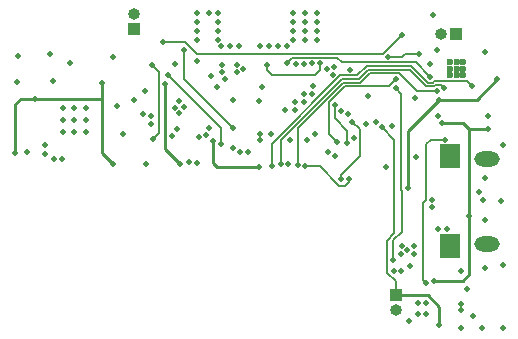
<source format=gbr>
%TF.GenerationSoftware,KiCad,Pcbnew,(5.1.10-1-10_14)*%
%TF.CreationDate,2021-09-22T20:59:13+02:00*%
%TF.ProjectId,Leo_muziekdoos,4c656f5f-6d75-47a6-9965-6b646f6f732e,rev?*%
%TF.SameCoordinates,Original*%
%TF.FileFunction,Copper,L3,Inr*%
%TF.FilePolarity,Positive*%
%FSLAX46Y46*%
G04 Gerber Fmt 4.6, Leading zero omitted, Abs format (unit mm)*
G04 Created by KiCad (PCBNEW (5.1.10-1-10_14)) date 2021-09-22 20:59:13*
%MOMM*%
%LPD*%
G01*
G04 APERTURE LIST*
%TA.AperFunction,ComponentPad*%
%ADD10O,1.000000X1.000000*%
%TD*%
%TA.AperFunction,ComponentPad*%
%ADD11R,1.000000X1.000000*%
%TD*%
%TA.AperFunction,ComponentPad*%
%ADD12R,1.800000X2.000000*%
%TD*%
%TA.AperFunction,ComponentPad*%
%ADD13O,2.150000X1.300000*%
%TD*%
%TA.AperFunction,ComponentPad*%
%ADD14C,0.600000*%
%TD*%
%TA.AperFunction,ComponentPad*%
%ADD15C,0.500000*%
%TD*%
%TA.AperFunction,ViaPad*%
%ADD16C,0.500000*%
%TD*%
%TA.AperFunction,Conductor*%
%ADD17C,0.254000*%
%TD*%
%TA.AperFunction,Conductor*%
%ADD18C,0.203200*%
%TD*%
%TA.AperFunction,Conductor*%
%ADD19C,0.152400*%
%TD*%
G04 APERTURE END LIST*
D10*
%TO.N,/I2S_DAC_AMP/SPK_OUT-*%
%TO.C,J3*%
X77762100Y-66548000D03*
D11*
%TO.N,/I2S_DAC_AMP/SPKOUT+*%
X79032100Y-66548000D03*
%TD*%
D10*
%TO.N,GND*%
%TO.C,J1*%
X73952100Y-89928700D03*
D11*
%TO.N,+BATT*%
X73952100Y-88658700D03*
%TD*%
D10*
%TO.N,Net-(C23-Pad2)*%
%TO.C,J4*%
X51816000Y-64820800D03*
D11*
%TO.N,Net-(C20-Pad2)*%
X51816000Y-66090800D03*
%TD*%
D12*
%TO.N,GND*%
%TO.C,J2*%
X78539100Y-84495800D03*
D13*
X81699100Y-84295800D03*
D12*
X78539100Y-76895800D03*
D13*
X81699100Y-77095800D03*
%TD*%
D14*
%TO.N,GND*%
%TO.C,U5*%
X79658300Y-68944400D03*
X79658300Y-69494400D03*
X79658300Y-70044400D03*
X79108300Y-68944400D03*
X79108300Y-69494400D03*
X79108300Y-70044400D03*
X78558300Y-68944400D03*
X78558300Y-69494400D03*
X78558300Y-70044400D03*
%TD*%
D15*
%TO.N,GND*%
%TO.C,U3*%
X45736000Y-74850500D03*
X45736000Y-73850500D03*
X45736000Y-72850500D03*
X46736000Y-74850500D03*
X46736000Y-73850500D03*
X46736000Y-72850500D03*
X47736000Y-74850500D03*
X47736000Y-73850500D03*
X47736000Y-72850500D03*
%TD*%
D16*
%TO.N,GND*%
X57150000Y-66294000D03*
X57150000Y-65532000D03*
X62484000Y-75565000D03*
X66141600Y-72313800D03*
X66878200Y-71628000D03*
X55626000Y-72263000D03*
X55626000Y-73279000D03*
X57277000Y-75234800D03*
X58115200Y-74472800D03*
X57912000Y-75082400D03*
X54991000Y-75158600D03*
X55448200Y-74625200D03*
X55981600Y-72771000D03*
X55245000Y-72796400D03*
X66141600Y-71653400D03*
X66395600Y-75488800D03*
X63347600Y-75006200D03*
X65024000Y-75488800D03*
X67132200Y-74980800D03*
X65405000Y-72339200D03*
X75831700Y-89293700D03*
X76492100Y-89293700D03*
X50035400Y-68506280D03*
X42696250Y-76543750D03*
X44932600Y-70535800D03*
X41859200Y-70612000D03*
X75831700Y-90233500D03*
X76492100Y-90233500D03*
X77419200Y-67881500D03*
X77114400Y-64922400D03*
X81800700Y-73494900D03*
X41960800Y-68427600D03*
X58928000Y-64750000D03*
X58928000Y-65532000D03*
X58928000Y-66294000D03*
X58928000Y-67056000D03*
X59944000Y-67564000D03*
X60706000Y-67564000D03*
X62484000Y-67564000D03*
X63246000Y-67564000D03*
X64008000Y-67564000D03*
X65250000Y-67056000D03*
X65250000Y-66294000D03*
X65250000Y-65532000D03*
X65250000Y-64750000D03*
X81521300Y-68040000D03*
X50340000Y-72610000D03*
X77510000Y-83060000D03*
X78250000Y-83060000D03*
X50859029Y-75001390D03*
X66903600Y-70942200D03*
X52776903Y-77552202D03*
X59182000Y-67564000D03*
X60172600Y-76174600D03*
X62660000Y-71020000D03*
X60510000Y-69200000D03*
X60520000Y-69780000D03*
X59260000Y-69190000D03*
X58311390Y-70070000D03*
X59270000Y-69800000D03*
X59460000Y-70360000D03*
X61040000Y-69500000D03*
X62484000Y-74980800D03*
X74440000Y-84460000D03*
X75470000Y-84470000D03*
X74410000Y-85180000D03*
X75480000Y-85180000D03*
X74940000Y-84800000D03*
X77004141Y-80614141D03*
X77010000Y-81200000D03*
X73620000Y-74340000D03*
X71390000Y-74140000D03*
X77500000Y-73528600D03*
X75184000Y-86207600D03*
X74422000Y-86614000D03*
X73761600Y-86588600D03*
X79502000Y-89382600D03*
X79502000Y-89916000D03*
X83058000Y-91440000D03*
X79502000Y-91440000D03*
X79502000Y-86614000D03*
X81534000Y-82296000D03*
X81534000Y-86360000D03*
X81534000Y-78740000D03*
X75692000Y-76962000D03*
X81280000Y-91440000D03*
X80518000Y-90424000D03*
X80010000Y-88138000D03*
X83058000Y-86106000D03*
X82887200Y-80688800D03*
X83058000Y-75946000D03*
X64566800Y-72974200D03*
X62407800Y-72186800D03*
X65405000Y-72974200D03*
X58166000Y-64770000D03*
X57150000Y-64770000D03*
X57150000Y-67056000D03*
X57150000Y-68834000D03*
X66294000Y-64770000D03*
X66294000Y-65532000D03*
X66294000Y-66294000D03*
X66294000Y-67056000D03*
X64770000Y-67564000D03*
X67310000Y-64770000D03*
X67310000Y-65532000D03*
X67310000Y-66294000D03*
X67310000Y-67056000D03*
%TO.N,VBUS*%
X81737200Y-74612500D03*
X80183200Y-81995800D03*
X62409705Y-77831134D03*
X77194635Y-87463581D03*
X77870000Y-74100000D03*
X58515000Y-75645000D03*
%TO.N,/CPU/ADC1_IN2*%
X60791485Y-76570365D03*
X71592779Y-71782646D03*
%TO.N,+BATT*%
X72754626Y-74467121D03*
X75890000Y-68210000D03*
X73305904Y-68470954D03*
X77620000Y-91230000D03*
%TO.N,/Power/PSU_BTN_RAW*%
X54270000Y-67200000D03*
X74500000Y-66600000D03*
%TO.N,+3V3*%
X49046461Y-70687585D03*
X43449240Y-72044560D03*
X82540758Y-70374087D03*
X41740000Y-76640000D03*
X51793198Y-72138598D03*
X55710000Y-77570000D03*
X54433242Y-70826758D03*
X63050000Y-69200000D03*
X58783713Y-71040570D03*
X77640000Y-72100000D03*
X64860000Y-77590000D03*
X67550000Y-69023290D03*
X50019998Y-77580000D03*
%TO.N,Net-(C17-Pad2)*%
X44640500Y-68237100D03*
X46380400Y-68986400D03*
%TO.N,/CPU/MEAS_EN*%
X72274683Y-74025198D03*
%TO.N,/CPU/PW_HOLD*%
X75600000Y-71960000D03*
X68217050Y-76582751D03*
%TO.N,/Power/PSU_EN_BUF*%
X73760000Y-85671400D03*
X73950000Y-71160000D03*
%TO.N,/I2S_DAC_AMP/I2S_SD_MODE*%
X80391000Y-70942202D03*
X63467755Y-77705232D03*
%TO.N,/CPU/NFC_MISO*%
X44268334Y-75954000D03*
X66842325Y-69023290D03*
%TO.N,/CPU/DAC_BCLK*%
X64740000Y-68990000D03*
X76890000Y-70190000D03*
%TO.N,/CPU/DAC_LRCK*%
X76860000Y-69070000D03*
X77459818Y-71402279D03*
X65657608Y-77653000D03*
%TO.N,/CPU/NFC_SPI_MOSI*%
X45011340Y-77173663D03*
X68105692Y-69533808D03*
%TO.N,/CPU/NFC_SPI_SCK*%
X45662809Y-77138779D03*
X68620928Y-70008736D03*
%TO.N,/CPU/NFC_SPI_CS*%
X61457936Y-76580772D03*
X44222035Y-76684345D03*
%TO.N,/CPU/DAC_DATA*%
X64200000Y-77590000D03*
X78052318Y-71129175D03*
%TO.N,/CPU/HALL_OUT*%
X52720000Y-71390000D03*
%TO.N,/CPU/VDD_SDIO*%
X68731532Y-69349549D03*
X68996096Y-75714686D03*
X74002789Y-70341462D03*
%TO.N,/CPU/ESP_RST*%
X56032400Y-67918610D03*
%TO.N,/CPU/ESP_GPIO0*%
X54699998Y-70040000D03*
X70283429Y-73976571D03*
X69353637Y-78828757D03*
X59155380Y-75897808D03*
%TO.N,/CPU/ESP_GPIO15*%
X70005123Y-78794020D03*
X66302028Y-77754806D03*
%TO.N,/CPU/ESP_SD1*%
X70050867Y-69582083D03*
%TO.N,/CPU/ESP_SD0*%
X68765992Y-72549867D03*
X69827270Y-75761390D03*
%TO.N,/CPU/ESP_CLK*%
X69342551Y-73065693D03*
%TO.N,/CPU/ESP_CMD*%
X69938872Y-73330349D03*
%TO.N,/CPU/ESP_GPIO17*%
X70448610Y-75359002D03*
%TO.N,/CPU/SPIFLASH_CS*%
X73140258Y-77826367D03*
X68806936Y-76861454D03*
%TO.N,/programmer/CP_DTR*%
X53350000Y-69140000D03*
X53420000Y-75475390D03*
%TO.N,/programmer/CP_RTS*%
X52581895Y-73337178D03*
X55282128Y-69107665D03*
%TO.N,/CPU/ESP_TX*%
X53219064Y-73482011D03*
X65485065Y-69051107D03*
%TO.N,/CPU/ESP_RX*%
X66190000Y-69120000D03*
%TO.N,+3V3*%
X74960000Y-79610000D03*
%TO.N,/CPU/HALL_OUT*%
X60159419Y-72159410D03*
%TO.N,/CPU/ESP_RST*%
X60172600Y-74468854D03*
%TO.N,/CPU/ESP_RX*%
X53203514Y-74142420D03*
%TO.N,/Power/MCP_STAT*%
X75114151Y-90874851D03*
X78090000Y-75493388D03*
X76525541Y-87637788D03*
%TO.N,/Power/USB_D-*%
X57150000Y-77444600D03*
X81330800Y-80645000D03*
%TO.N,/Power/USB_D+*%
X81026000Y-79933800D03*
X56413400Y-77393800D03*
%TD*%
D17*
%TO.N,VBUS*%
X80183200Y-81642247D02*
X80183200Y-81995800D01*
X80210000Y-74610000D02*
X80183200Y-74636800D01*
X80183200Y-74636800D02*
X80183200Y-81642247D01*
X80212500Y-74612500D02*
X80210000Y-74610000D01*
X81737200Y-74612500D02*
X80212500Y-74612500D01*
X80172500Y-74612500D02*
X81737200Y-74612500D01*
X79660000Y-74100000D02*
X80172500Y-74612500D01*
X77870000Y-74100000D02*
X79660000Y-74100000D01*
X79626419Y-87463581D02*
X77194635Y-87463581D01*
X80183200Y-86906800D02*
X79626419Y-87463581D01*
X80183200Y-81995800D02*
X80183200Y-86906800D01*
X58841134Y-77831134D02*
X58515000Y-77505000D01*
X58515000Y-77505000D02*
X58515000Y-75645000D01*
X62409705Y-77831134D02*
X58841134Y-77831134D01*
D18*
%TO.N,+BATT*%
X73952100Y-88658700D02*
X73952100Y-87492100D01*
X73844389Y-83438623D02*
X73844389Y-75556884D01*
X73952100Y-87492100D02*
X73230599Y-86770599D01*
X73230599Y-86770599D02*
X73230599Y-84052413D01*
X73230599Y-84052413D02*
X73844389Y-83438623D01*
X73844389Y-75556884D02*
X72754626Y-74467121D01*
D19*
X74500000Y-68470000D02*
X73306858Y-68470000D01*
X73306858Y-68470000D02*
X73305904Y-68470954D01*
X74760000Y-68210000D02*
X74500000Y-68470000D01*
X75890000Y-68210000D02*
X74760000Y-68210000D01*
D17*
X73952100Y-88658700D02*
X76640614Y-88658700D01*
X76640614Y-88658700D02*
X77620000Y-89638086D01*
X77620000Y-89638086D02*
X77620000Y-91230000D01*
D19*
%TO.N,/Power/PSU_BTN_RAW*%
X72860131Y-68239869D02*
X74500000Y-66600000D01*
X56092380Y-67200000D02*
X57132249Y-68239869D01*
X57132249Y-68239869D02*
X72860131Y-68239869D01*
X54270000Y-67200000D02*
X56092380Y-67200000D01*
D17*
%TO.N,+3V3*%
X41740000Y-72510000D02*
X41740000Y-76640000D01*
X42210000Y-72040000D02*
X41740000Y-72510000D01*
X43444680Y-72040000D02*
X42210000Y-72040000D01*
X49046461Y-72044560D02*
X49046461Y-70687585D01*
X43449240Y-72044560D02*
X49046461Y-72044560D01*
X54433242Y-76293242D02*
X55710000Y-77570000D01*
X54433242Y-70826758D02*
X54433242Y-76293242D01*
X82540758Y-70374087D02*
X80814845Y-72100000D01*
X80814845Y-72100000D02*
X77640000Y-72100000D01*
D18*
X67550000Y-69590000D02*
X67550000Y-69023290D01*
X67137266Y-70002734D02*
X67550000Y-69590000D01*
X63432734Y-70002734D02*
X67137266Y-70002734D01*
X63050000Y-69620000D02*
X63432734Y-70002734D01*
X63050000Y-69200000D02*
X63050000Y-69620000D01*
D17*
X49046461Y-70687585D02*
X49046461Y-76606463D01*
X49046461Y-76606463D02*
X50019998Y-77580000D01*
D19*
%TO.N,/I2S_DAC_AMP/I2S_SD_MODE*%
X77099729Y-70668602D02*
X76661802Y-70668602D01*
X69253642Y-70060684D02*
X63467755Y-75846571D01*
X71512433Y-69254367D02*
X70706116Y-70060684D01*
X73520853Y-69253238D02*
X73519724Y-69254367D01*
X80021799Y-70573001D02*
X77195330Y-70573001D01*
X75246438Y-69253238D02*
X73520853Y-69253238D01*
X76661802Y-70668602D02*
X75246438Y-69253238D01*
X77195330Y-70573001D02*
X77099729Y-70668602D01*
X63467755Y-75846571D02*
X63467755Y-77705232D01*
X80391000Y-70942202D02*
X80021799Y-70573001D01*
X70706116Y-70060684D02*
X69253642Y-70060684D01*
X73519724Y-69254367D02*
X71512433Y-69254367D01*
%TO.N,/CPU/DAC_BCLK*%
X75648427Y-68948427D02*
X76890000Y-70190000D01*
X73393468Y-68949556D02*
X73394597Y-68948427D01*
X69419556Y-68949556D02*
X73393468Y-68949556D01*
X69014680Y-68544680D02*
X69419556Y-68949556D01*
X65185320Y-68544680D02*
X69014680Y-68544680D01*
X64740000Y-68990000D02*
X65185320Y-68544680D01*
X73394597Y-68948427D02*
X75648427Y-68948427D01*
%TO.N,/CPU/DAC_LRCK*%
X65657608Y-74518852D02*
X65657608Y-77653000D01*
X69506154Y-70670306D02*
X65657608Y-74518852D01*
X73773365Y-69862860D02*
X73772236Y-69863989D01*
X77459818Y-71402279D02*
X75772244Y-71402279D01*
X70958628Y-70670306D02*
X69506154Y-70670306D01*
X74232825Y-69862860D02*
X73773365Y-69862860D01*
X75772244Y-71402279D02*
X74232825Y-69862860D01*
X71764945Y-69863989D02*
X70958628Y-70670306D01*
X73772236Y-69863989D02*
X71764945Y-69863989D01*
%TO.N,/CPU/DAC_DATA*%
X77225985Y-70973413D02*
X77320222Y-70879176D01*
X77802319Y-70879176D02*
X78052318Y-71129175D01*
X71638689Y-69559178D02*
X73645980Y-69559178D01*
X70832372Y-70365495D02*
X71638689Y-69559178D01*
X73645980Y-69559178D02*
X73647109Y-69558049D01*
X64200000Y-75545393D02*
X69379898Y-70365495D01*
X76535546Y-70973413D02*
X77225985Y-70973413D01*
X73647109Y-69558049D02*
X75120182Y-69558049D01*
X75120182Y-69558049D02*
X76535546Y-70973413D01*
X64200000Y-77590000D02*
X64200000Y-75545393D01*
X69379898Y-70365495D02*
X70832372Y-70365495D01*
X77320222Y-70879176D02*
X77802319Y-70879176D01*
%TO.N,/CPU/VDD_SDIO*%
X69632410Y-70975117D02*
X73369134Y-70975117D01*
X73369134Y-70975117D02*
X74002789Y-70341462D01*
X68287390Y-75005980D02*
X68287390Y-72320137D01*
X68996096Y-75714686D02*
X68287390Y-75005980D01*
X68287390Y-72320137D02*
X69632410Y-70975117D01*
%TO.N,/CPU/ESP_GPIO0*%
X70283429Y-73976571D02*
X70927211Y-74620353D01*
X70927211Y-74620353D02*
X70927211Y-76901630D01*
X70927211Y-76901630D02*
X69353637Y-78475204D01*
X69353637Y-78475204D02*
X69353637Y-78828757D01*
X54699998Y-70040000D02*
X59155380Y-74495382D01*
X59155380Y-74495382D02*
X59155380Y-75897808D01*
%TO.N,/CPU/ESP_GPIO15*%
X69166401Y-79396401D02*
X67524806Y-77754806D01*
X67524806Y-77754806D02*
X66302028Y-77754806D01*
X69662086Y-79396401D02*
X69166401Y-79396401D01*
X70005123Y-78794020D02*
X70005123Y-79053364D01*
X70005123Y-79053364D02*
X69662086Y-79396401D01*
%TO.N,/CPU/ESP_SD0*%
X68765992Y-72549867D02*
X68765992Y-73665992D01*
X68765992Y-73665992D02*
X69827270Y-74727270D01*
X69827270Y-74727270D02*
X69827270Y-75761390D01*
%TO.N,/programmer/CP_DTR*%
X53350000Y-69140000D02*
X53939999Y-69729999D01*
X53939999Y-74955391D02*
X53420000Y-75475390D01*
X53939999Y-69729999D02*
X53939999Y-74955391D01*
D17*
%TO.N,+3V3*%
X74960000Y-74780000D02*
X74960000Y-79610000D01*
X77640000Y-72100000D02*
X74960000Y-74780000D01*
D19*
%TO.N,/Power/PSU_EN_BUF*%
X74460000Y-83290000D02*
X73760000Y-83990000D01*
X74401399Y-71611399D02*
X74401399Y-79779729D01*
X74460000Y-79838330D02*
X74460000Y-83290000D01*
X73760000Y-83990000D02*
X73760000Y-85671400D01*
X74401399Y-79779729D02*
X74460000Y-79838330D01*
X73950000Y-71160000D02*
X74401399Y-71611399D01*
%TO.N,/CPU/ESP_RST*%
X56032400Y-67918610D02*
X56032400Y-70328654D01*
X56032400Y-70328654D02*
X60172600Y-74468854D01*
%TO.N,/Power/MCP_STAT*%
X76275542Y-87387789D02*
X76525541Y-87637788D01*
X76926612Y-75493388D02*
X76525541Y-75894459D01*
X76275542Y-80850267D02*
X76275542Y-87387789D01*
X76525541Y-80600268D02*
X76275542Y-80850267D01*
X76525541Y-75894459D02*
X76525541Y-80600268D01*
X78090000Y-75493388D02*
X76926612Y-75493388D01*
%TD*%
M02*

</source>
